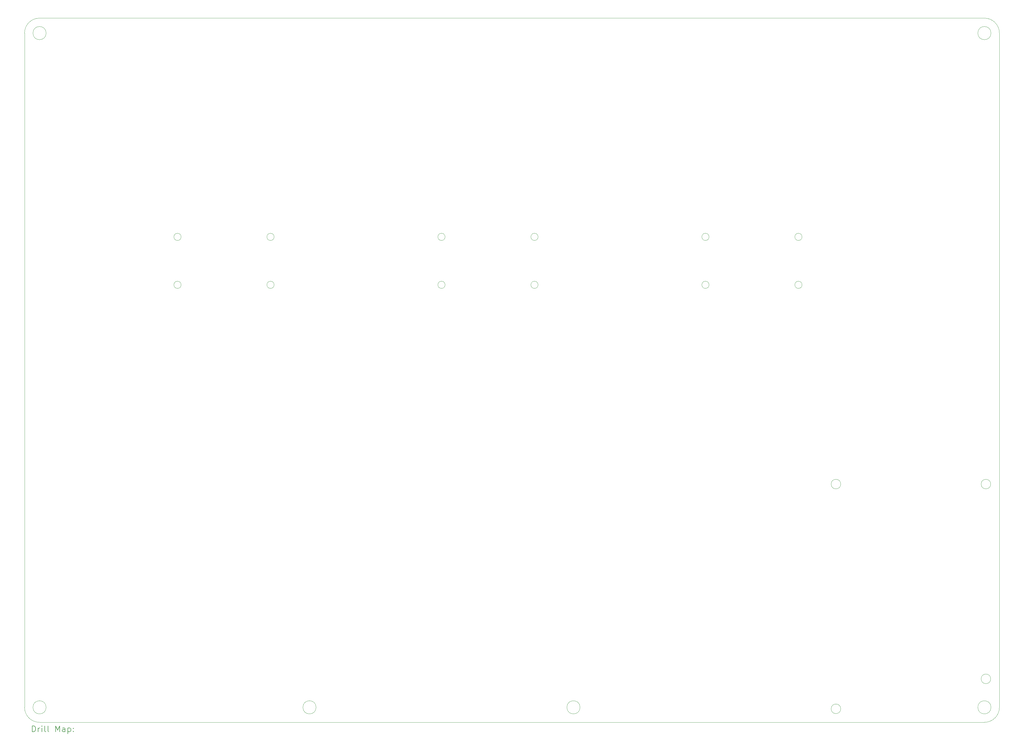
<source format=gbr>
%TF.GenerationSoftware,KiCad,Pcbnew,7.0.9*%
%TF.CreationDate,2025-04-01T10:21:31-06:00*%
%TF.ProjectId,2023-24_Power_Supply,32303233-2d32-4345-9f50-6f7765725f53,rev?*%
%TF.SameCoordinates,Original*%
%TF.FileFunction,Drillmap*%
%TF.FilePolarity,Positive*%
%FSLAX45Y45*%
G04 Gerber Fmt 4.5, Leading zero omitted, Abs format (unit mm)*
G04 Created by KiCad (PCBNEW 7.0.9) date 2025-04-01 10:21:31*
%MOMM*%
%LPD*%
G01*
G04 APERTURE LIST*
%ADD10C,0.100000*%
%ADD11C,0.200000*%
G04 APERTURE END LIST*
D10*
X31120000Y-16800000D02*
G75*
G03*
X31120000Y-16800000I-120000J0D01*
G01*
X46220000Y-32500000D02*
G75*
G03*
X46220000Y-32500000I-220000J0D01*
G01*
X14500000Y-9500000D02*
G75*
G03*
X14000000Y-10000000I0J-500000D01*
G01*
X39920000Y-18400000D02*
G75*
G03*
X39920000Y-18400000I-120000J0D01*
G01*
X46000000Y-33000000D02*
G75*
G03*
X46500000Y-32500000I0J500000D01*
G01*
X22320000Y-18400000D02*
G75*
G03*
X22320000Y-18400000I-120000J0D01*
G01*
X36820000Y-16800000D02*
G75*
G03*
X36820000Y-16800000I-120000J0D01*
G01*
X23720000Y-32500000D02*
G75*
G03*
X23720000Y-32500000I-220000J0D01*
G01*
X32520000Y-32500000D02*
G75*
G03*
X32520000Y-32500000I-220000J0D01*
G01*
X36820000Y-18400000D02*
G75*
G03*
X36820000Y-18400000I-120000J0D01*
G01*
X28020000Y-16800000D02*
G75*
G03*
X28020000Y-16800000I-120000J0D01*
G01*
X46210000Y-25050000D02*
G75*
G03*
X46210000Y-25050000I-160000J0D01*
G01*
X41210000Y-32550000D02*
G75*
G03*
X41210000Y-32550000I-160000J0D01*
G01*
X19220000Y-18400000D02*
G75*
G03*
X19220000Y-18400000I-120000J0D01*
G01*
X14720000Y-10000000D02*
G75*
G03*
X14720000Y-10000000I-220000J0D01*
G01*
X46500000Y-32500000D02*
X46500000Y-10000000D01*
X14000000Y-32500000D02*
G75*
G03*
X14500000Y-33000000I500000J0D01*
G01*
X46000000Y-9500000D02*
X14500000Y-9500000D01*
X14000000Y-10000000D02*
X14000000Y-32500000D01*
X31120000Y-18400000D02*
G75*
G03*
X31120000Y-18400000I-120000J0D01*
G01*
X46220000Y-10000000D02*
G75*
G03*
X46220000Y-10000000I-220000J0D01*
G01*
X19220000Y-16800000D02*
G75*
G03*
X19220000Y-16800000I-120000J0D01*
G01*
X39920000Y-16800000D02*
G75*
G03*
X39920000Y-16800000I-120000J0D01*
G01*
X46500000Y-10000000D02*
G75*
G03*
X46000000Y-9500000I-500000J0D01*
G01*
X46000000Y-33000000D02*
X14500000Y-33000000D01*
X46210000Y-31550000D02*
G75*
G03*
X46210000Y-31550000I-160000J0D01*
G01*
X22320000Y-16800000D02*
G75*
G03*
X22320000Y-16800000I-120000J0D01*
G01*
X14720000Y-32500000D02*
G75*
G03*
X14720000Y-32500000I-220000J0D01*
G01*
X28020000Y-18400000D02*
G75*
G03*
X28020000Y-18400000I-120000J0D01*
G01*
X41210000Y-25050000D02*
G75*
G03*
X41210000Y-25050000I-160000J0D01*
G01*
D11*
X14255777Y-33316484D02*
X14255777Y-33116484D01*
X14255777Y-33116484D02*
X14303396Y-33116484D01*
X14303396Y-33116484D02*
X14331967Y-33126008D01*
X14331967Y-33126008D02*
X14351015Y-33145055D01*
X14351015Y-33145055D02*
X14360539Y-33164103D01*
X14360539Y-33164103D02*
X14370062Y-33202198D01*
X14370062Y-33202198D02*
X14370062Y-33230769D01*
X14370062Y-33230769D02*
X14360539Y-33268865D01*
X14360539Y-33268865D02*
X14351015Y-33287912D01*
X14351015Y-33287912D02*
X14331967Y-33306960D01*
X14331967Y-33306960D02*
X14303396Y-33316484D01*
X14303396Y-33316484D02*
X14255777Y-33316484D01*
X14455777Y-33316484D02*
X14455777Y-33183150D01*
X14455777Y-33221246D02*
X14465301Y-33202198D01*
X14465301Y-33202198D02*
X14474824Y-33192674D01*
X14474824Y-33192674D02*
X14493872Y-33183150D01*
X14493872Y-33183150D02*
X14512920Y-33183150D01*
X14579586Y-33316484D02*
X14579586Y-33183150D01*
X14579586Y-33116484D02*
X14570062Y-33126008D01*
X14570062Y-33126008D02*
X14579586Y-33135531D01*
X14579586Y-33135531D02*
X14589110Y-33126008D01*
X14589110Y-33126008D02*
X14579586Y-33116484D01*
X14579586Y-33116484D02*
X14579586Y-33135531D01*
X14703396Y-33316484D02*
X14684348Y-33306960D01*
X14684348Y-33306960D02*
X14674824Y-33287912D01*
X14674824Y-33287912D02*
X14674824Y-33116484D01*
X14808158Y-33316484D02*
X14789110Y-33306960D01*
X14789110Y-33306960D02*
X14779586Y-33287912D01*
X14779586Y-33287912D02*
X14779586Y-33116484D01*
X15036729Y-33316484D02*
X15036729Y-33116484D01*
X15036729Y-33116484D02*
X15103396Y-33259341D01*
X15103396Y-33259341D02*
X15170062Y-33116484D01*
X15170062Y-33116484D02*
X15170062Y-33316484D01*
X15351015Y-33316484D02*
X15351015Y-33211722D01*
X15351015Y-33211722D02*
X15341491Y-33192674D01*
X15341491Y-33192674D02*
X15322443Y-33183150D01*
X15322443Y-33183150D02*
X15284348Y-33183150D01*
X15284348Y-33183150D02*
X15265301Y-33192674D01*
X15351015Y-33306960D02*
X15331967Y-33316484D01*
X15331967Y-33316484D02*
X15284348Y-33316484D01*
X15284348Y-33316484D02*
X15265301Y-33306960D01*
X15265301Y-33306960D02*
X15255777Y-33287912D01*
X15255777Y-33287912D02*
X15255777Y-33268865D01*
X15255777Y-33268865D02*
X15265301Y-33249817D01*
X15265301Y-33249817D02*
X15284348Y-33240293D01*
X15284348Y-33240293D02*
X15331967Y-33240293D01*
X15331967Y-33240293D02*
X15351015Y-33230769D01*
X15446253Y-33183150D02*
X15446253Y-33383150D01*
X15446253Y-33192674D02*
X15465301Y-33183150D01*
X15465301Y-33183150D02*
X15503396Y-33183150D01*
X15503396Y-33183150D02*
X15522443Y-33192674D01*
X15522443Y-33192674D02*
X15531967Y-33202198D01*
X15531967Y-33202198D02*
X15541491Y-33221246D01*
X15541491Y-33221246D02*
X15541491Y-33278388D01*
X15541491Y-33278388D02*
X15531967Y-33297436D01*
X15531967Y-33297436D02*
X15522443Y-33306960D01*
X15522443Y-33306960D02*
X15503396Y-33316484D01*
X15503396Y-33316484D02*
X15465301Y-33316484D01*
X15465301Y-33316484D02*
X15446253Y-33306960D01*
X15627205Y-33297436D02*
X15636729Y-33306960D01*
X15636729Y-33306960D02*
X15627205Y-33316484D01*
X15627205Y-33316484D02*
X15617682Y-33306960D01*
X15617682Y-33306960D02*
X15627205Y-33297436D01*
X15627205Y-33297436D02*
X15627205Y-33316484D01*
X15627205Y-33192674D02*
X15636729Y-33202198D01*
X15636729Y-33202198D02*
X15627205Y-33211722D01*
X15627205Y-33211722D02*
X15617682Y-33202198D01*
X15617682Y-33202198D02*
X15627205Y-33192674D01*
X15627205Y-33192674D02*
X15627205Y-33211722D01*
M02*

</source>
